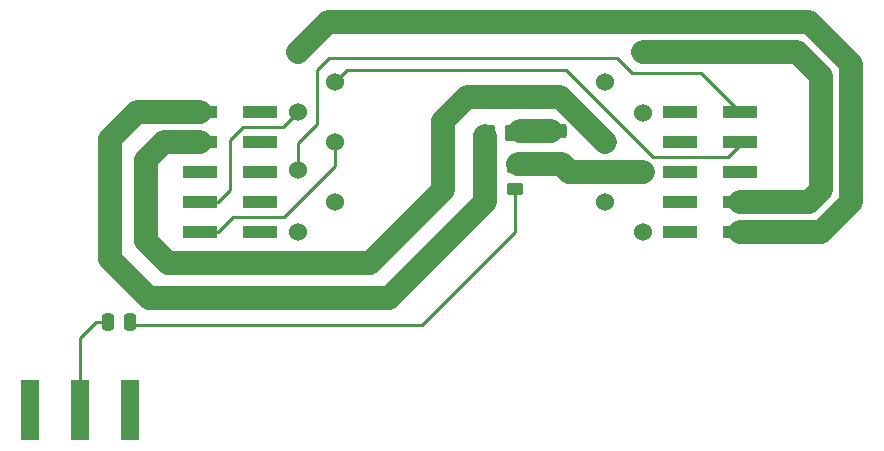
<source format=gbl>
%TF.GenerationSoftware,KiCad,Pcbnew,(6.0.9)*%
%TF.CreationDate,2022-12-04T20:54:03+08:00*%
%TF.ProjectId,kirdyShield,6b697264-7953-4686-9965-6c642e6b6963,rev?*%
%TF.SameCoordinates,Original*%
%TF.FileFunction,Copper,L4,Bot*%
%TF.FilePolarity,Positive*%
%FSLAX46Y46*%
G04 Gerber Fmt 4.6, Leading zero omitted, Abs format (unit mm)*
G04 Created by KiCad (PCBNEW (6.0.9)) date 2022-12-04 20:54:03*
%MOMM*%
%LPD*%
G01*
G04 APERTURE LIST*
G04 Aperture macros list*
%AMRoundRect*
0 Rectangle with rounded corners*
0 $1 Rounding radius*
0 $2 $3 $4 $5 $6 $7 $8 $9 X,Y pos of 4 corners*
0 Add a 4 corners polygon primitive as box body*
4,1,4,$2,$3,$4,$5,$6,$7,$8,$9,$2,$3,0*
0 Add four circle primitives for the rounded corners*
1,1,$1+$1,$2,$3*
1,1,$1+$1,$4,$5*
1,1,$1+$1,$6,$7*
1,1,$1+$1,$8,$9*
0 Add four rect primitives between the rounded corners*
20,1,$1+$1,$2,$3,$4,$5,0*
20,1,$1+$1,$4,$5,$6,$7,0*
20,1,$1+$1,$6,$7,$8,$9,0*
20,1,$1+$1,$8,$9,$2,$3,0*%
G04 Aperture macros list end*
%TA.AperFunction,ComponentPad*%
%ADD10C,1.524000*%
%TD*%
%TA.AperFunction,SMDPad,CuDef*%
%ADD11RoundRect,0.250000X-1.075000X0.375000X-1.075000X-0.375000X1.075000X-0.375000X1.075000X0.375000X0*%
%TD*%
%TA.AperFunction,SMDPad,CuDef*%
%ADD12R,1.500000X5.080000*%
%TD*%
%TA.AperFunction,SMDPad,CuDef*%
%ADD13RoundRect,0.250000X-0.450000X0.262500X-0.450000X-0.262500X0.450000X-0.262500X0.450000X0.262500X0*%
%TD*%
%TA.AperFunction,SMDPad,CuDef*%
%ADD14R,3.000000X1.000000*%
%TD*%
%TA.AperFunction,SMDPad,CuDef*%
%ADD15RoundRect,0.250000X-0.262500X-0.450000X0.262500X-0.450000X0.262500X0.450000X-0.262500X0.450000X0*%
%TD*%
%TA.AperFunction,SMDPad,CuDef*%
%ADD16RoundRect,0.250000X0.250000X0.475000X-0.250000X0.475000X-0.250000X-0.475000X0.250000X-0.475000X0*%
%TD*%
%TA.AperFunction,ViaPad*%
%ADD17C,0.800000*%
%TD*%
%TA.AperFunction,Conductor*%
%ADD18C,0.292100*%
%TD*%
%TA.AperFunction,Conductor*%
%ADD19C,2.000000*%
%TD*%
G04 APERTURE END LIST*
D10*
%TO.P,J2,1,Pin_1*%
%TO.N,Net-(J2-Pad1)*%
X88265000Y-114300000D03*
%TO.P,J2,2,Pin_2*%
%TO.N,Net-(J2-Pad2)*%
X91440000Y-116840000D03*
%TO.P,J2,3,Pin_3*%
%TO.N,Net-(J3-Pad7)*%
X88265000Y-119380000D03*
%TO.P,J2,4,Pin_4*%
%TO.N,Net-(J3-Pad9)*%
X91440000Y-121920000D03*
%TO.P,J2,5,Pin_5*%
%TO.N,Net-(J2-Pad5)*%
X88265000Y-124333000D03*
%TO.P,J2,6,Pin_6*%
%TO.N,unconnected-(J2-Pad6)*%
X91440000Y-127000000D03*
%TO.P,J2,7,Pin_7*%
%TO.N,unconnected-(J2-Pad7)*%
X88265000Y-129540000D03*
%TD*%
%TO.P,J4,1,Pin_1*%
%TO.N,unconnected-(J4-Pad1)*%
X117475000Y-129540000D03*
%TO.P,J4,2,Pin_2*%
%TO.N,unconnected-(J4-Pad2)*%
X114300000Y-127000000D03*
%TO.P,J4,3,Pin_3*%
%TO.N,Net-(J4-Pad3)*%
X117475000Y-124460000D03*
%TO.P,J4,4,Pin_4*%
%TO.N,Net-(J4-Pad4)*%
X114300000Y-121920000D03*
%TO.P,J4,5,Pin_5*%
%TO.N,unconnected-(J4-Pad5)*%
X117475000Y-119507000D03*
%TO.P,J4,6,Pin_6*%
%TO.N,GND*%
X114300000Y-116840000D03*
%TO.P,J4,7,Pin_7*%
%TO.N,Net-(J1-Pad3)*%
X117475000Y-114300000D03*
%TD*%
D11*
%TO.P,L1,1,1*%
%TO.N,Net-(L1-Pad1)*%
X109728000Y-121028000D03*
%TO.P,L1,2,2*%
%TO.N,Net-(J4-Pad3)*%
X109728000Y-123828000D03*
%TD*%
D12*
%TO.P,J5,1,In*%
%TO.N,Net-(C1-Pad2)*%
X69850000Y-144637500D03*
%TO.P,J5,2,Ext*%
%TO.N,GND*%
X65600000Y-144637500D03*
X74100000Y-144637500D03*
%TD*%
D13*
%TO.P,R2,1*%
%TO.N,Net-(J4-Pad3)*%
X106680000Y-124055500D03*
%TO.P,R2,2*%
%TO.N,Net-(C1-Pad1)*%
X106680000Y-125880500D03*
%TD*%
D14*
%TO.P,J1,1,Pin_1*%
%TO.N,Net-(J2-Pad1)*%
X125710000Y-129540000D03*
%TO.P,J1,2,Pin_2*%
%TO.N,GND*%
X120670000Y-129540000D03*
%TO.P,J1,3,Pin_3*%
%TO.N,Net-(J1-Pad3)*%
X125710000Y-127000000D03*
%TO.P,J1,4,Pin_4*%
%TO.N,GND*%
X120670000Y-127000000D03*
%TO.P,J1,5,Pin_5*%
X125710000Y-124460000D03*
%TO.P,J1,6,Pin_6*%
X120670000Y-124460000D03*
%TO.P,J1,7,Pin_7*%
%TO.N,Net-(J2-Pad2)*%
X125710000Y-121920000D03*
%TO.P,J1,8,Pin_8*%
%TO.N,GND*%
X120670000Y-121920000D03*
%TO.P,J1,9,Pin_9*%
%TO.N,Net-(J2-Pad5)*%
X125710000Y-119380000D03*
%TO.P,J1,10,Pin_10*%
%TO.N,GND*%
X120670000Y-119380000D03*
%TD*%
%TO.P,J3,1,Pin_1*%
%TO.N,Net-(R1-Pad1)*%
X80030000Y-119380000D03*
%TO.P,J3,2,Pin_2*%
%TO.N,GND*%
X85070000Y-119380000D03*
%TO.P,J3,3,Pin_3*%
%TO.N,Net-(J4-Pad4)*%
X80030000Y-121920000D03*
%TO.P,J3,4,Pin_4*%
%TO.N,GND*%
X85070000Y-121920000D03*
%TO.P,J3,5,Pin_5*%
X80030000Y-124460000D03*
%TO.P,J3,6,Pin_6*%
X85070000Y-124460000D03*
%TO.P,J3,7,Pin_7*%
%TO.N,Net-(J3-Pad7)*%
X80030000Y-127000000D03*
%TO.P,J3,8,Pin_8*%
%TO.N,GND*%
X85070000Y-127000000D03*
%TO.P,J3,9,Pin_9*%
%TO.N,Net-(J3-Pad9)*%
X80030000Y-129540000D03*
%TO.P,J3,10,Pin_10*%
%TO.N,GND*%
X85070000Y-129540000D03*
%TD*%
D15*
%TO.P,R1,1*%
%TO.N,Net-(R1-Pad1)*%
X104497500Y-121158000D03*
%TO.P,R1,2*%
%TO.N,Net-(L1-Pad1)*%
X106322500Y-121158000D03*
%TD*%
D16*
%TO.P,C1,1*%
%TO.N,Net-(C1-Pad1)*%
X74102000Y-137160000D03*
%TO.P,C1,2*%
%TO.N,Net-(C1-Pad2)*%
X72202000Y-137160000D03*
%TD*%
D17*
%TO.N,GND*%
X74168000Y-146304000D03*
X74168000Y-142748000D03*
X74168000Y-144526000D03*
X65532000Y-146304000D03*
X65532000Y-144526000D03*
X65532000Y-142748000D03*
X84328000Y-127000000D03*
X85852000Y-129540000D03*
X84328000Y-129540000D03*
X85852000Y-127000000D03*
X85852000Y-124460000D03*
X84328000Y-124460000D03*
X85852000Y-121920000D03*
X84328000Y-121920000D03*
X85852000Y-119380000D03*
X84328000Y-119380000D03*
X80772000Y-124460000D03*
X79248000Y-124460000D03*
X126492000Y-124460000D03*
X124968000Y-124460000D03*
X121412000Y-129540000D03*
X119888000Y-129540000D03*
X121412000Y-127000000D03*
X119888000Y-127000000D03*
X121412000Y-124460000D03*
X119888000Y-124460000D03*
X121412000Y-121920000D03*
X119888000Y-121920000D03*
X121412000Y-119380000D03*
X119888000Y-119380000D03*
%TD*%
D18*
%TO.N,Net-(J3-Pad9)*%
X80030000Y-129540000D02*
X81534000Y-129540000D01*
X81534000Y-129540000D02*
X82804000Y-128270000D01*
X82804000Y-128270000D02*
X87122000Y-128270000D01*
X87122000Y-128270000D02*
X91440000Y-123952000D01*
X91440000Y-123952000D02*
X91440000Y-121920000D01*
D19*
%TO.N,Net-(L1-Pad1)*%
X109728000Y-121028000D02*
X107064000Y-121028000D01*
%TO.N,Net-(J4-Pad4)*%
X114300000Y-121920000D02*
X110490000Y-118110000D01*
X110490000Y-118110000D02*
X102616000Y-118110000D01*
X102616000Y-118110000D02*
X100584000Y-120142000D01*
X100584000Y-120142000D02*
X100584000Y-125984000D01*
X100584000Y-125984000D02*
X94402000Y-132166000D01*
X75438000Y-130302000D02*
X75438000Y-123444000D01*
X94402000Y-132166000D02*
X77302000Y-132166000D01*
X77302000Y-132166000D02*
X75438000Y-130302000D01*
X75438000Y-123444000D02*
X76962000Y-121920000D01*
X76962000Y-121920000D02*
X80030000Y-121920000D01*
D18*
%TO.N,Net-(J2-Pad5)*%
X125710000Y-119380000D02*
X122408000Y-116078000D01*
X89916000Y-115824000D02*
X89916000Y-120396000D01*
X122408000Y-116078000D02*
X116586000Y-116078000D01*
X116586000Y-116078000D02*
X115316000Y-114808000D01*
X90932000Y-114808000D02*
X89916000Y-115824000D01*
X115316000Y-114808000D02*
X90932000Y-114808000D01*
X89916000Y-120396000D02*
X88265000Y-122047000D01*
X88265000Y-122047000D02*
X88265000Y-124333000D01*
%TO.N,Net-(J3-Pad7)*%
X80030000Y-127000000D02*
X81534000Y-127000000D01*
X81534000Y-127000000D02*
X82550000Y-125984000D01*
X83647900Y-120650000D02*
X86995000Y-120650000D01*
X82550000Y-125984000D02*
X82550000Y-121747900D01*
X82550000Y-121747900D02*
X83647900Y-120650000D01*
X86995000Y-120650000D02*
X88265000Y-119380000D01*
D19*
%TO.N,Net-(R1-Pad1)*%
X80030000Y-119380000D02*
X74676000Y-119380000D01*
X74676000Y-119380000D02*
X72390000Y-121666000D01*
X72390000Y-121666000D02*
X72390000Y-131826000D01*
X72390000Y-131826000D02*
X75692000Y-135128000D01*
X75692000Y-135128000D02*
X96012000Y-135128000D01*
X96012000Y-135128000D02*
X104140000Y-127000000D01*
X104140000Y-127000000D02*
X104140000Y-121412000D01*
D18*
%TO.N,Net-(C1-Pad1)*%
X74102000Y-137160000D02*
X74356000Y-137414000D01*
X74356000Y-137414000D02*
X98806000Y-137414000D01*
X98806000Y-137414000D02*
X106680000Y-129540000D01*
X106680000Y-129540000D02*
X106680000Y-125880500D01*
%TO.N,Net-(C1-Pad2)*%
X69850000Y-144637500D02*
X69850000Y-138496000D01*
X69850000Y-138496000D02*
X71186000Y-137160000D01*
X71186000Y-137160000D02*
X72202000Y-137160000D01*
%TO.N,Net-(J2-Pad2)*%
X91440000Y-116840000D02*
X92456000Y-115824000D01*
X125710000Y-122194000D02*
X125710000Y-121920000D01*
X92456000Y-115824000D02*
X110998000Y-115824000D01*
X110998000Y-115824000D02*
X118364000Y-123190000D01*
X118364000Y-123190000D02*
X124714000Y-123190000D01*
X124714000Y-123190000D02*
X125710000Y-122194000D01*
D19*
%TO.N,Net-(J4-Pad3)*%
X109728000Y-123828000D02*
X110620000Y-123828000D01*
X110620000Y-123828000D02*
X111252000Y-124460000D01*
X111252000Y-124460000D02*
X117475000Y-124460000D01*
X109728000Y-123828000D02*
X106907500Y-123828000D01*
%TO.N,Net-(J2-Pad1)*%
X125710000Y-129540000D02*
X132588000Y-129540000D01*
X90805000Y-111760000D02*
X88265000Y-114300000D01*
X132588000Y-129540000D02*
X135128000Y-127000000D01*
X131572000Y-111760000D02*
X90805000Y-111760000D01*
X135128000Y-127000000D02*
X135128000Y-115316000D01*
X135128000Y-115316000D02*
X131572000Y-111760000D01*
%TO.N,Net-(J1-Pad3)*%
X132588000Y-116332000D02*
X130556000Y-114300000D01*
X132588000Y-125984000D02*
X132588000Y-116332000D01*
X125710000Y-127000000D02*
X131572000Y-127000000D01*
X130556000Y-114300000D02*
X117475000Y-114300000D01*
X131572000Y-127000000D02*
X132588000Y-125984000D01*
%TD*%
M02*

</source>
